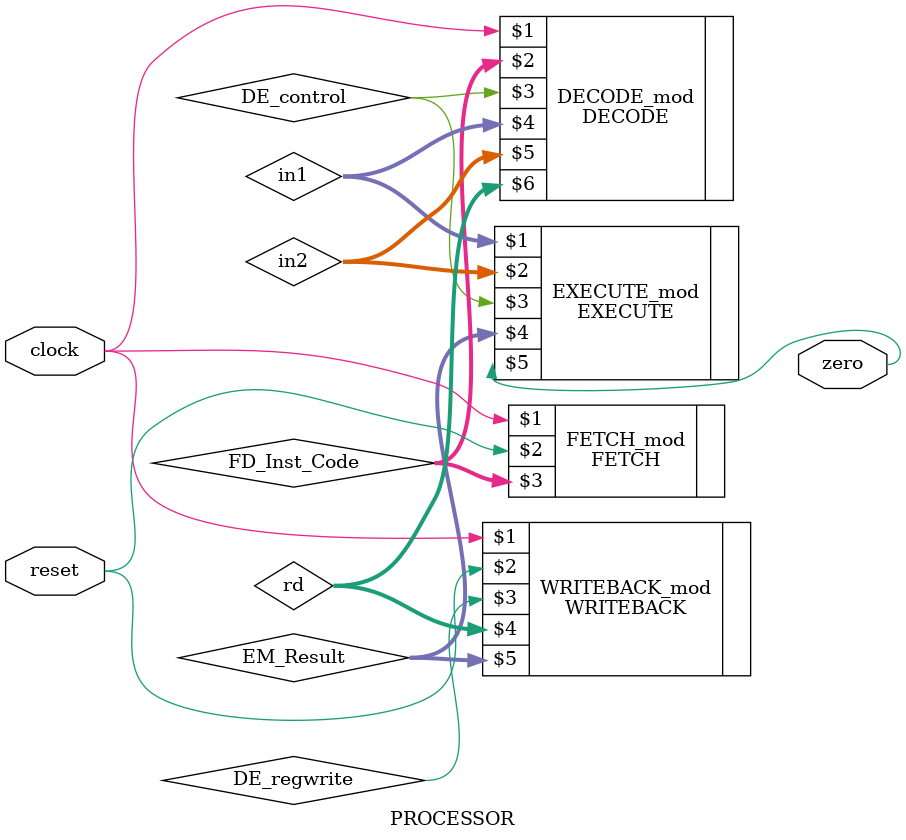
<source format=v>
`include "./../DECODE/DECODE.v"
`include "./../EXECUTE/EXECUTE.v"
`include "./../FETCH/FETCH.v"
`include "./../WRITEBACK/WRITEBACK.v"

module PROCESSOR( 
    input clock, 
    input reset,
    output zero
);

    wire [3:0] alu_control;
    wire regwrite;
    

    wire [31:0] FD_Inst_Code;
    wire [3:0] DE_Control;
    wire [31:0] in1;
    wire [31:0] in2;
    wire [4:0] rd;
    wire [31:0] EM_Result;
    wire [31:0] PC;
    wire [31:0] reg_omemory [10:0];


    FETCH FETCH_mod(clock,reset,FD_Inst_Code);
    
    DECODE DECODE_mod(clock,FD_Inst_Code,DE_control,in1,in2,rd);
    
    EXECUTE EXECUTE_mod(in1,in2,DE_control,EM_Result,zero);
    
    WRITEBACK WRITEBACK_mod(clock,reset,DE_regwrite,rd,EM_Result);
    

endmodule
</source>
